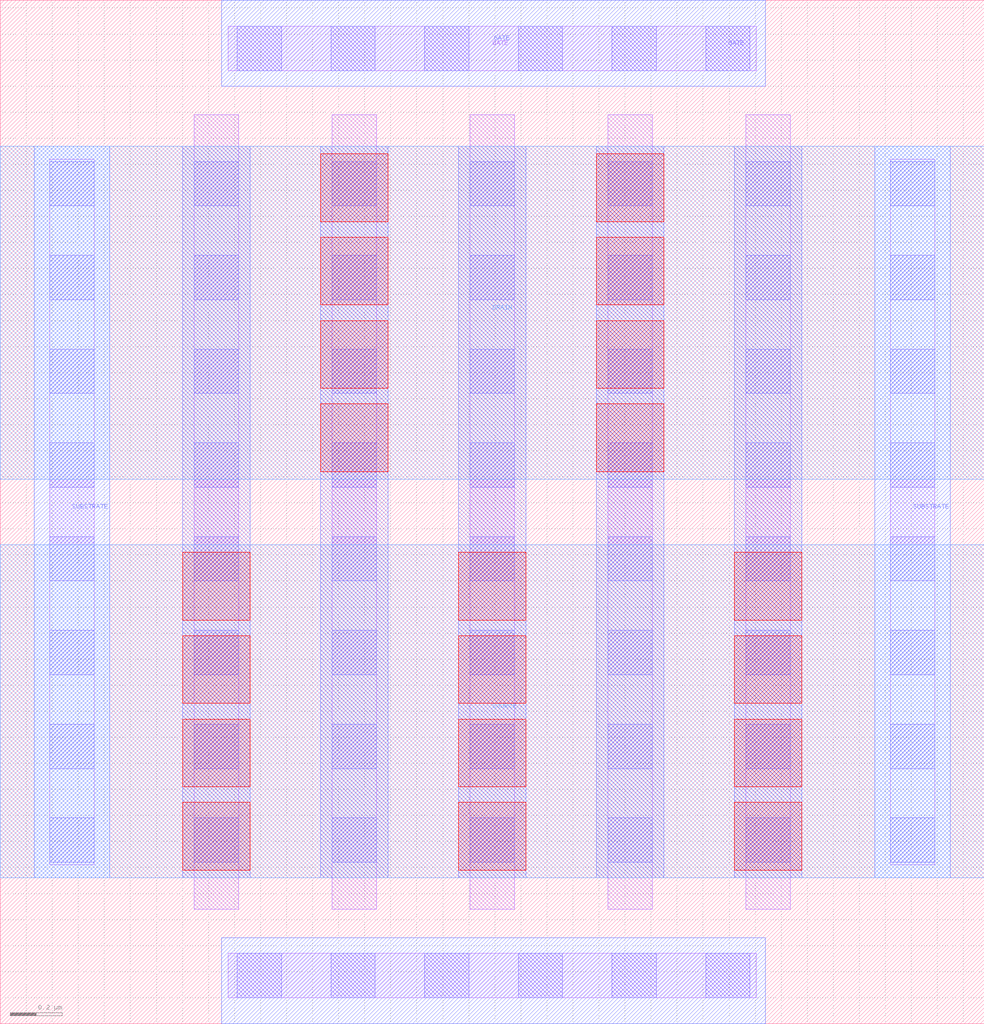
<source format=lef>
# Copyright 2020 The SkyWater PDK Authors
#
# Licensed under the Apache License, Version 2.0 (the "License");
# you may not use this file except in compliance with the License.
# You may obtain a copy of the License at
#
#     https://www.apache.org/licenses/LICENSE-2.0
#
# Unless required by applicable law or agreed to in writing, software
# distributed under the License is distributed on an "AS IS" BASIS,
# WITHOUT WARRANTIES OR CONDITIONS OF ANY KIND, either express or implied.
# See the License for the specific language governing permissions and
# limitations under the License.
#
# SPDX-License-Identifier: Apache-2.0

VERSION 5.7 ;
  NOWIREEXTENSIONATPIN ON ;
  DIVIDERCHAR "/" ;
  BUSBITCHARS "[]" ;
MACRO sky130_fd_pr__rf_nfet_01v8_aM04W3p00L0p25
  CLASS BLOCK ;
  FOREIGN sky130_fd_pr__rf_nfet_01v8_aM04W3p00L0p25 ;
  ORIGIN  0.000000  0.000000 ;
  SIZE  3.780000 BY  3.930000 ;
  PIN DRAIN
    ANTENNADIFFAREA  1.685600 ;
    PORT
      LAYER met2 ;
        RECT 0.000000 2.090000 3.780000 3.370000 ;
    END
  END DRAIN
  PIN GATE
    ANTENNAGATEAREA  3.010000 ;
    PORT
      LAYER li1 ;
        RECT 0.875000 0.100000 2.905000 0.270000 ;
        RECT 0.875000 3.660000 2.905000 3.830000 ;
      LAYER mcon ;
        RECT 0.910000 0.100000 1.080000 0.270000 ;
        RECT 0.910000 3.660000 1.080000 3.830000 ;
        RECT 1.270000 0.100000 1.440000 0.270000 ;
        RECT 1.270000 3.660000 1.440000 3.830000 ;
        RECT 1.630000 0.100000 1.800000 0.270000 ;
        RECT 1.630000 3.660000 1.800000 3.830000 ;
        RECT 1.990000 0.100000 2.160000 0.270000 ;
        RECT 1.990000 3.660000 2.160000 3.830000 ;
        RECT 2.350000 0.100000 2.520000 0.270000 ;
        RECT 2.350000 3.660000 2.520000 3.830000 ;
        RECT 2.710000 0.100000 2.880000 0.270000 ;
        RECT 2.710000 3.660000 2.880000 3.830000 ;
    END
    PORT
      LAYER met1 ;
        RECT 0.850000 0.000000 2.940000 0.330000 ;
        RECT 0.850000 3.600000 2.940000 3.930000 ;
    END
  END GATE
  PIN SOURCE
    ANTENNADIFFAREA  2.528400 ;
    PORT
      LAYER met2 ;
        RECT 0.000000 0.560000 3.780000 1.840000 ;
    END
  END SOURCE
  PIN SUBSTRATE
    ANTENNADIFFAREA  0.872900 ;
    PORT
      LAYER met1 ;
        RECT 0.130000 0.560000 0.420000 3.370000 ;
    END
    PORT
      LAYER met1 ;
        RECT 3.360000 0.560000 3.650000 3.370000 ;
    END
  END SUBSTRATE
  OBS
    LAYER li1 ;
      RECT 0.190000 0.610000 0.360000 3.320000 ;
      RECT 0.745000 0.440000 0.915000 3.490000 ;
      RECT 1.275000 0.440000 1.445000 3.490000 ;
      RECT 1.805000 0.440000 1.975000 3.490000 ;
      RECT 2.335000 0.440000 2.505000 3.490000 ;
      RECT 2.865000 0.440000 3.035000 3.490000 ;
      RECT 3.420000 0.610000 3.590000 3.320000 ;
    LAYER mcon ;
      RECT 0.190000 0.620000 0.360000 0.790000 ;
      RECT 0.190000 0.980000 0.360000 1.150000 ;
      RECT 0.190000 1.340000 0.360000 1.510000 ;
      RECT 0.190000 1.700000 0.360000 1.870000 ;
      RECT 0.190000 2.060000 0.360000 2.230000 ;
      RECT 0.190000 2.420000 0.360000 2.590000 ;
      RECT 0.190000 2.780000 0.360000 2.950000 ;
      RECT 0.190000 3.140000 0.360000 3.310000 ;
      RECT 0.745000 0.620000 0.915000 0.790000 ;
      RECT 0.745000 0.980000 0.915000 1.150000 ;
      RECT 0.745000 1.340000 0.915000 1.510000 ;
      RECT 0.745000 1.700000 0.915000 1.870000 ;
      RECT 0.745000 2.060000 0.915000 2.230000 ;
      RECT 0.745000 2.420000 0.915000 2.590000 ;
      RECT 0.745000 2.780000 0.915000 2.950000 ;
      RECT 0.745000 3.140000 0.915000 3.310000 ;
      RECT 1.275000 0.620000 1.445000 0.790000 ;
      RECT 1.275000 0.980000 1.445000 1.150000 ;
      RECT 1.275000 1.340000 1.445000 1.510000 ;
      RECT 1.275000 1.700000 1.445000 1.870000 ;
      RECT 1.275000 2.060000 1.445000 2.230000 ;
      RECT 1.275000 2.420000 1.445000 2.590000 ;
      RECT 1.275000 2.780000 1.445000 2.950000 ;
      RECT 1.275000 3.140000 1.445000 3.310000 ;
      RECT 1.805000 0.620000 1.975000 0.790000 ;
      RECT 1.805000 0.980000 1.975000 1.150000 ;
      RECT 1.805000 1.340000 1.975000 1.510000 ;
      RECT 1.805000 1.700000 1.975000 1.870000 ;
      RECT 1.805000 2.060000 1.975000 2.230000 ;
      RECT 1.805000 2.420000 1.975000 2.590000 ;
      RECT 1.805000 2.780000 1.975000 2.950000 ;
      RECT 1.805000 3.140000 1.975000 3.310000 ;
      RECT 2.335000 0.620000 2.505000 0.790000 ;
      RECT 2.335000 0.980000 2.505000 1.150000 ;
      RECT 2.335000 1.340000 2.505000 1.510000 ;
      RECT 2.335000 1.700000 2.505000 1.870000 ;
      RECT 2.335000 2.060000 2.505000 2.230000 ;
      RECT 2.335000 2.420000 2.505000 2.590000 ;
      RECT 2.335000 2.780000 2.505000 2.950000 ;
      RECT 2.335000 3.140000 2.505000 3.310000 ;
      RECT 2.865000 0.620000 3.035000 0.790000 ;
      RECT 2.865000 0.980000 3.035000 1.150000 ;
      RECT 2.865000 1.340000 3.035000 1.510000 ;
      RECT 2.865000 1.700000 3.035000 1.870000 ;
      RECT 2.865000 2.060000 3.035000 2.230000 ;
      RECT 2.865000 2.420000 3.035000 2.590000 ;
      RECT 2.865000 2.780000 3.035000 2.950000 ;
      RECT 2.865000 3.140000 3.035000 3.310000 ;
      RECT 3.420000 0.620000 3.590000 0.790000 ;
      RECT 3.420000 0.980000 3.590000 1.150000 ;
      RECT 3.420000 1.340000 3.590000 1.510000 ;
      RECT 3.420000 1.700000 3.590000 1.870000 ;
      RECT 3.420000 2.060000 3.590000 2.230000 ;
      RECT 3.420000 2.420000 3.590000 2.590000 ;
      RECT 3.420000 2.780000 3.590000 2.950000 ;
      RECT 3.420000 3.140000 3.590000 3.310000 ;
    LAYER met1 ;
      RECT 0.700000 0.560000 0.960000 3.370000 ;
      RECT 1.230000 0.560000 1.490000 3.370000 ;
      RECT 1.760000 0.560000 2.020000 3.370000 ;
      RECT 2.290000 0.560000 2.550000 3.370000 ;
      RECT 2.820000 0.560000 3.080000 3.370000 ;
    LAYER via ;
      RECT 0.700000 0.590000 0.960000 0.850000 ;
      RECT 0.700000 0.910000 0.960000 1.170000 ;
      RECT 0.700000 1.230000 0.960000 1.490000 ;
      RECT 0.700000 1.550000 0.960000 1.810000 ;
      RECT 1.230000 2.120000 1.490000 2.380000 ;
      RECT 1.230000 2.440000 1.490000 2.700000 ;
      RECT 1.230000 2.760000 1.490000 3.020000 ;
      RECT 1.230000 3.080000 1.490000 3.340000 ;
      RECT 1.760000 0.590000 2.020000 0.850000 ;
      RECT 1.760000 0.910000 2.020000 1.170000 ;
      RECT 1.760000 1.230000 2.020000 1.490000 ;
      RECT 1.760000 1.550000 2.020000 1.810000 ;
      RECT 2.290000 2.120000 2.550000 2.380000 ;
      RECT 2.290000 2.440000 2.550000 2.700000 ;
      RECT 2.290000 2.760000 2.550000 3.020000 ;
      RECT 2.290000 3.080000 2.550000 3.340000 ;
      RECT 2.820000 0.590000 3.080000 0.850000 ;
      RECT 2.820000 0.910000 3.080000 1.170000 ;
      RECT 2.820000 1.230000 3.080000 1.490000 ;
      RECT 2.820000 1.550000 3.080000 1.810000 ;
  END
END sky130_fd_pr__rf_nfet_01v8_aM04W3p00L0p25
END LIBRARY

</source>
